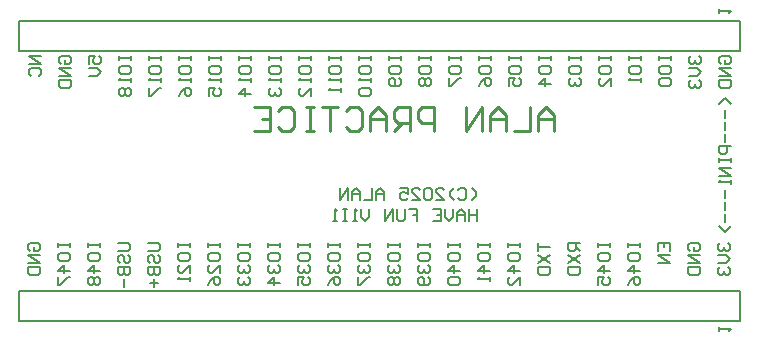
<source format=gbo>
G04*
G04 #@! TF.GenerationSoftware,Altium Limited,Altium Designer,25.4.2 (15)*
G04*
G04 Layer_Color=32896*
%FSLAX25Y25*%
%MOIN*%
G70*
G04*
G04 #@! TF.SameCoordinates,6D7273DC-0862-4ADB-9A81-04C38C25D803*
G04*
G04*
G04 #@! TF.FilePolarity,Positive*
G04*
G01*
G75*
%ADD11C,0.00600*%
%ADD77C,0.01000*%
D11*
X29800Y99900D02*
X270000D01*
X29700Y99800D02*
X29800Y99900D01*
X29700Y90000D02*
Y99800D01*
Y90000D02*
X268900Y90000D01*
X270000Y90000D02*
Y99900D01*
X268900Y90000D02*
X270000D01*
X268900Y0D02*
X270000D01*
Y9900D01*
X29700Y0D02*
X268900Y-0D01*
X29700Y0D02*
Y9800D01*
X29800Y9900D01*
X270000D01*
X267000Y72301D02*
X265001Y74300D01*
X263001Y72301D01*
X265001Y70301D02*
Y67636D01*
Y66303D02*
Y63637D01*
Y62304D02*
Y59638D01*
X267000Y58305D02*
X263001D01*
Y56306D01*
X263668Y55639D01*
X265001D01*
X265667Y56306D01*
Y58305D01*
X263001Y54306D02*
Y52974D01*
Y53640D01*
X267000D01*
Y54306D01*
Y52974D01*
Y50974D02*
X263001D01*
X267000Y48308D01*
X263001D01*
X267000Y46975D02*
Y45643D01*
Y46309D01*
X263001D01*
X263668Y46975D01*
X265001Y43643D02*
Y40977D01*
Y39645D02*
Y36979D01*
Y35646D02*
Y32980D01*
X267000Y31647D02*
X265001Y29648D01*
X263001Y31647D01*
X182500Y37399D02*
Y33400D01*
Y35399D01*
X179834D01*
Y37399D01*
Y33400D01*
X178501D02*
Y36066D01*
X177168Y37399D01*
X175836Y36066D01*
Y33400D01*
Y35399D01*
X178501D01*
X174503Y37399D02*
Y34733D01*
X173170Y33400D01*
X171837Y34733D01*
Y37399D01*
X167838D02*
X170504D01*
Y33400D01*
X167838D01*
X170504Y35399D02*
X169171D01*
X159841Y37399D02*
X162506D01*
Y35399D01*
X161174D01*
X162506D01*
Y33400D01*
X158508Y37399D02*
Y34066D01*
X157841Y33400D01*
X156508D01*
X155842Y34066D01*
Y37399D01*
X154509Y33400D02*
Y37399D01*
X151843Y33400D01*
Y37399D01*
X146512D02*
Y34733D01*
X145179Y33400D01*
X143846Y34733D01*
Y37399D01*
X142513Y33400D02*
X141180D01*
X141847D01*
Y37399D01*
X142513Y36732D01*
X139181Y37399D02*
X137848D01*
X138514D01*
Y33400D01*
X139181D01*
X137848D01*
X135848D02*
X134516D01*
X135182D01*
Y37399D01*
X135848Y36732D01*
X180567Y40400D02*
X181900Y41733D01*
Y43066D01*
X180567Y44399D01*
X175902Y43732D02*
X176568Y44399D01*
X177901D01*
X178568Y43732D01*
Y41066D01*
X177901Y40400D01*
X176568D01*
X175902Y41066D01*
X174569Y40400D02*
X173236Y41733D01*
Y43066D01*
X174569Y44399D01*
X168571Y40400D02*
X171237D01*
X168571Y43066D01*
Y43732D01*
X169237Y44399D01*
X170570D01*
X171237Y43732D01*
X167238D02*
X166572Y44399D01*
X165239D01*
X164572Y43732D01*
Y41066D01*
X165239Y40400D01*
X166572D01*
X167238Y41066D01*
Y43732D01*
X160574Y40400D02*
X163239D01*
X160574Y43066D01*
Y43732D01*
X161240Y44399D01*
X162573D01*
X163239Y43732D01*
X156575Y44399D02*
X159241D01*
Y42399D01*
X157908Y43066D01*
X157241D01*
X156575Y42399D01*
Y41066D01*
X157241Y40400D01*
X158574D01*
X159241Y41066D01*
X151243Y40400D02*
Y43066D01*
X149910Y44399D01*
X148577Y43066D01*
Y40400D01*
Y42399D01*
X151243D01*
X147245Y44399D02*
Y40400D01*
X144579D01*
X143246D02*
Y43066D01*
X141913Y44399D01*
X140580Y43066D01*
Y40400D01*
Y42399D01*
X143246D01*
X139247Y40400D02*
Y44399D01*
X136581Y40400D01*
Y44399D01*
X263368Y26000D02*
X262701Y25333D01*
Y24001D01*
X263368Y23334D01*
X264034D01*
X264701Y24001D01*
Y24667D01*
Y24001D01*
X265367Y23334D01*
X266034D01*
X266700Y24001D01*
Y25333D01*
X266034Y26000D01*
X262701Y22001D02*
X265367D01*
X266700Y20668D01*
X265367Y19335D01*
X262701D01*
X263368Y18003D02*
X262701Y17336D01*
Y16003D01*
X263368Y15337D01*
X264034D01*
X264701Y16003D01*
Y16670D01*
Y16003D01*
X265367Y15337D01*
X266034D01*
X266700Y16003D01*
Y17336D01*
X266034Y18003D01*
X33368Y23334D02*
X32701Y24001D01*
Y25333D01*
X33368Y26000D01*
X36034D01*
X36700Y25333D01*
Y24001D01*
X36034Y23334D01*
X34701D01*
Y24667D01*
X36700Y22001D02*
X32701D01*
X36700Y19335D01*
X32701D01*
Y18003D02*
X36700D01*
Y16003D01*
X36034Y15337D01*
X33368D01*
X32701Y16003D01*
Y18003D01*
X42701Y26000D02*
Y24667D01*
Y25333D01*
X46700D01*
Y26000D01*
Y24667D01*
X42701Y20668D02*
Y22001D01*
X43368Y22668D01*
X46034D01*
X46700Y22001D01*
Y20668D01*
X46034Y20002D01*
X43368D01*
X42701Y20668D01*
X46700Y16670D02*
X42701D01*
X44701Y18669D01*
Y16003D01*
X42701Y14670D02*
Y12004D01*
X43368D01*
X46034Y14670D01*
X46700D01*
X52701Y26000D02*
Y24667D01*
Y25333D01*
X56700D01*
Y26000D01*
Y24667D01*
X52701Y20668D02*
Y22001D01*
X53368Y22668D01*
X56034D01*
X56700Y22001D01*
Y20668D01*
X56034Y20002D01*
X53368D01*
X52701Y20668D01*
X56700Y16670D02*
X52701D01*
X54701Y18669D01*
Y16003D01*
X53368Y14670D02*
X52701Y14004D01*
Y12671D01*
X53368Y12004D01*
X54034D01*
X54701Y12671D01*
X55367Y12004D01*
X56034D01*
X56700Y12671D01*
Y14004D01*
X56034Y14670D01*
X55367D01*
X54701Y14004D01*
X54034Y14670D01*
X53368D01*
X54701Y14004D02*
Y12671D01*
X62701Y26000D02*
X66034D01*
X66700Y25333D01*
Y24001D01*
X66034Y23334D01*
X62701D01*
X63368Y19335D02*
X62701Y20002D01*
Y21335D01*
X63368Y22001D01*
X64034D01*
X64701Y21335D01*
Y20002D01*
X65367Y19335D01*
X66034D01*
X66700Y20002D01*
Y21335D01*
X66034Y22001D01*
X62701Y18003D02*
X66700D01*
Y16003D01*
X66034Y15337D01*
X65367D01*
X64701Y16003D01*
Y18003D01*
Y16003D01*
X64034Y15337D01*
X63368D01*
X62701Y16003D01*
Y18003D01*
X64701Y14004D02*
Y11338D01*
X82701Y26000D02*
Y24667D01*
Y25333D01*
X86700D01*
Y26000D01*
Y24667D01*
X82701Y20668D02*
Y22001D01*
X83368Y22668D01*
X86034D01*
X86700Y22001D01*
Y20668D01*
X86034Y20002D01*
X83368D01*
X82701Y20668D01*
X86700Y16003D02*
Y18669D01*
X84034Y16003D01*
X83368D01*
X82701Y16670D01*
Y18003D01*
X83368Y18669D01*
X86700Y14670D02*
Y13337D01*
Y14004D01*
X82701D01*
X83368Y14670D01*
X92701Y26000D02*
Y24667D01*
Y25333D01*
X96700D01*
Y26000D01*
Y24667D01*
X92701Y20668D02*
Y22001D01*
X93368Y22668D01*
X96034D01*
X96700Y22001D01*
Y20668D01*
X96034Y20002D01*
X93368D01*
X92701Y20668D01*
X96700Y16003D02*
Y18669D01*
X94034Y16003D01*
X93368D01*
X92701Y16670D01*
Y18003D01*
X93368Y18669D01*
X92701Y12004D02*
X93368Y13337D01*
X94701Y14670D01*
X96034D01*
X96700Y14004D01*
Y12671D01*
X96034Y12004D01*
X95367D01*
X94701Y12671D01*
Y14670D01*
X102701Y26000D02*
Y24667D01*
Y25333D01*
X106700D01*
Y26000D01*
Y24667D01*
X102701Y20668D02*
Y22001D01*
X103368Y22668D01*
X106034D01*
X106700Y22001D01*
Y20668D01*
X106034Y20002D01*
X103368D01*
X102701Y20668D01*
X103368Y18669D02*
X102701Y18003D01*
Y16670D01*
X103368Y16003D01*
X104034D01*
X104701Y16670D01*
Y17336D01*
Y16670D01*
X105367Y16003D01*
X106034D01*
X106700Y16670D01*
Y18003D01*
X106034Y18669D01*
X103368Y14670D02*
X102701Y14004D01*
Y12671D01*
X103368Y12004D01*
X104034D01*
X104701Y12671D01*
Y13337D01*
Y12671D01*
X105367Y12004D01*
X106034D01*
X106700Y12671D01*
Y14004D01*
X106034Y14670D01*
X112701Y26000D02*
Y24667D01*
Y25333D01*
X116700D01*
Y26000D01*
Y24667D01*
X112701Y20668D02*
Y22001D01*
X113368Y22668D01*
X116033D01*
X116700Y22001D01*
Y20668D01*
X116033Y20002D01*
X113368D01*
X112701Y20668D01*
X113368Y18669D02*
X112701Y18003D01*
Y16670D01*
X113368Y16003D01*
X114034D01*
X114701Y16670D01*
Y17336D01*
Y16670D01*
X115367Y16003D01*
X116033D01*
X116700Y16670D01*
Y18003D01*
X116033Y18669D01*
X116700Y12671D02*
X112701D01*
X114701Y14670D01*
Y12004D01*
X72701Y26000D02*
X76034D01*
X76700Y25333D01*
Y24001D01*
X76034Y23334D01*
X72701D01*
X73368Y19335D02*
X72701Y20002D01*
Y21335D01*
X73368Y22001D01*
X74034D01*
X74701Y21335D01*
Y20002D01*
X75367Y19335D01*
X76034D01*
X76700Y20002D01*
Y21335D01*
X76034Y22001D01*
X72701Y18003D02*
X76700D01*
Y16003D01*
X76034Y15337D01*
X75367D01*
X74701Y16003D01*
Y18003D01*
Y16003D01*
X74034Y15337D01*
X73368D01*
X72701Y16003D01*
Y18003D01*
X74701Y14004D02*
Y11338D01*
X73368Y12671D02*
X76034D01*
X132701Y26000D02*
Y24667D01*
Y25333D01*
X136700D01*
Y26000D01*
Y24667D01*
X132701Y20668D02*
Y22001D01*
X133368Y22668D01*
X136033D01*
X136700Y22001D01*
Y20668D01*
X136033Y20002D01*
X133368D01*
X132701Y20668D01*
X133368Y18669D02*
X132701Y18003D01*
Y16670D01*
X133368Y16003D01*
X134034D01*
X134701Y16670D01*
Y17336D01*
Y16670D01*
X135367Y16003D01*
X136033D01*
X136700Y16670D01*
Y18003D01*
X136033Y18669D01*
X132701Y12004D02*
X133368Y13337D01*
X134701Y14670D01*
X136033D01*
X136700Y14004D01*
Y12671D01*
X136033Y12004D01*
X135367D01*
X134701Y12671D01*
Y14670D01*
X142701Y26000D02*
Y24667D01*
Y25333D01*
X146700D01*
Y26000D01*
Y24667D01*
X142701Y20668D02*
Y22001D01*
X143368Y22668D01*
X146034D01*
X146700Y22001D01*
Y20668D01*
X146034Y20002D01*
X143368D01*
X142701Y20668D01*
X143368Y18669D02*
X142701Y18003D01*
Y16670D01*
X143368Y16003D01*
X144034D01*
X144701Y16670D01*
Y17336D01*
Y16670D01*
X145367Y16003D01*
X146034D01*
X146700Y16670D01*
Y18003D01*
X146034Y18669D01*
X142701Y14670D02*
Y12004D01*
X143368D01*
X146034Y14670D01*
X146700D01*
X152701Y26000D02*
Y24667D01*
Y25333D01*
X156700D01*
Y26000D01*
Y24667D01*
X152701Y20668D02*
Y22001D01*
X153368Y22668D01*
X156034D01*
X156700Y22001D01*
Y20668D01*
X156034Y20002D01*
X153368D01*
X152701Y20668D01*
X153368Y18669D02*
X152701Y18003D01*
Y16670D01*
X153368Y16003D01*
X154034D01*
X154701Y16670D01*
Y17336D01*
Y16670D01*
X155367Y16003D01*
X156034D01*
X156700Y16670D01*
Y18003D01*
X156034Y18669D01*
X153368Y14670D02*
X152701Y14004D01*
Y12671D01*
X153368Y12004D01*
X154034D01*
X154701Y12671D01*
X155367Y12004D01*
X156034D01*
X156700Y12671D01*
Y14004D01*
X156034Y14670D01*
X155367D01*
X154701Y14004D01*
X154034Y14670D01*
X153368D01*
X154701Y14004D02*
Y12671D01*
X162701Y26000D02*
Y24667D01*
Y25333D01*
X166700D01*
Y26000D01*
Y24667D01*
X162701Y20668D02*
Y22001D01*
X163368Y22668D01*
X166033D01*
X166700Y22001D01*
Y20668D01*
X166033Y20002D01*
X163368D01*
X162701Y20668D01*
X163368Y18669D02*
X162701Y18003D01*
Y16670D01*
X163368Y16003D01*
X164034D01*
X164701Y16670D01*
Y17336D01*
Y16670D01*
X165367Y16003D01*
X166033D01*
X166700Y16670D01*
Y18003D01*
X166033Y18669D01*
Y14670D02*
X166700Y14004D01*
Y12671D01*
X166033Y12004D01*
X163368D01*
X162701Y12671D01*
Y14004D01*
X163368Y14670D01*
X164034D01*
X164701Y14004D01*
Y12004D01*
X122701Y26000D02*
Y24667D01*
Y25333D01*
X126700D01*
Y26000D01*
Y24667D01*
X122701Y20668D02*
Y22001D01*
X123368Y22668D01*
X126033D01*
X126700Y22001D01*
Y20668D01*
X126033Y20002D01*
X123368D01*
X122701Y20668D01*
X123368Y18669D02*
X122701Y18003D01*
Y16670D01*
X123368Y16003D01*
X124034D01*
X124701Y16670D01*
Y17336D01*
Y16670D01*
X125367Y16003D01*
X126033D01*
X126700Y16670D01*
Y18003D01*
X126033Y18669D01*
X122701Y12004D02*
Y14670D01*
X124701D01*
X124034Y13337D01*
Y12671D01*
X124701Y12004D01*
X126033D01*
X126700Y12671D01*
Y14004D01*
X126033Y14670D01*
X182701Y26000D02*
Y24667D01*
Y25333D01*
X186700D01*
Y26000D01*
Y24667D01*
X182701Y20668D02*
Y22001D01*
X183368Y22668D01*
X186033D01*
X186700Y22001D01*
Y20668D01*
X186033Y20002D01*
X183368D01*
X182701Y20668D01*
X186700Y16670D02*
X182701D01*
X184701Y18669D01*
Y16003D01*
X186700Y14670D02*
Y13337D01*
Y14004D01*
X182701D01*
X183368Y14670D01*
X192701Y26000D02*
Y24667D01*
Y25333D01*
X196700D01*
Y26000D01*
Y24667D01*
X192701Y20668D02*
Y22001D01*
X193368Y22668D01*
X196034D01*
X196700Y22001D01*
Y20668D01*
X196034Y20002D01*
X193368D01*
X192701Y20668D01*
X196700Y16670D02*
X192701D01*
X194701Y18669D01*
Y16003D01*
X196700Y12004D02*
Y14670D01*
X194034Y12004D01*
X193368D01*
X192701Y12671D01*
Y14004D01*
X193368Y14670D01*
X202701Y26000D02*
Y23334D01*
Y24667D01*
X206700D01*
X202701Y22001D02*
X206700Y19335D01*
X202701D02*
X206700Y22001D01*
X202701Y18003D02*
X206700D01*
Y16003D01*
X206034Y15337D01*
X203368D01*
X202701Y16003D01*
Y18003D01*
X216700Y26000D02*
X212701D01*
Y24001D01*
X213368Y23334D01*
X214701D01*
X215367Y24001D01*
Y26000D01*
Y24667D02*
X216700Y23334D01*
X212701Y22001D02*
X216700Y19335D01*
X212701D02*
X216700Y22001D01*
X212701Y18003D02*
X216700D01*
Y16003D01*
X216034Y15337D01*
X213368D01*
X212701Y16003D01*
Y18003D01*
X172701Y26000D02*
Y24667D01*
Y25333D01*
X176700D01*
Y26000D01*
Y24667D01*
X172701Y20668D02*
Y22001D01*
X173368Y22668D01*
X176033D01*
X176700Y22001D01*
Y20668D01*
X176033Y20002D01*
X173368D01*
X172701Y20668D01*
X176700Y16670D02*
X172701D01*
X174701Y18669D01*
Y16003D01*
X173368Y14670D02*
X172701Y14004D01*
Y12671D01*
X173368Y12004D01*
X176033D01*
X176700Y12671D01*
Y14004D01*
X176033Y14670D01*
X173368D01*
X222701Y26000D02*
Y24667D01*
Y25333D01*
X226700D01*
Y26000D01*
Y24667D01*
X222701Y20668D02*
Y22001D01*
X223368Y22668D01*
X226034D01*
X226700Y22001D01*
Y20668D01*
X226034Y20002D01*
X223368D01*
X222701Y20668D01*
X226700Y16670D02*
X222701D01*
X224701Y18669D01*
Y16003D01*
X222701Y12004D02*
Y14670D01*
X224701D01*
X224034Y13337D01*
Y12671D01*
X224701Y12004D01*
X226034D01*
X226700Y12671D01*
Y14004D01*
X226034Y14670D01*
X253368Y23334D02*
X252701Y24001D01*
Y25333D01*
X253368Y26000D01*
X256034D01*
X256700Y25333D01*
Y24001D01*
X256034Y23334D01*
X254701D01*
Y24667D01*
X256700Y22001D02*
X252701D01*
X256700Y19335D01*
X252701D01*
Y18003D02*
X256700D01*
Y16003D01*
X256034Y15337D01*
X253368D01*
X252701Y16003D01*
Y18003D01*
X242701Y23334D02*
Y26000D01*
X246700D01*
Y23334D01*
X244701Y26000D02*
Y24667D01*
X246700Y22001D02*
X242701D01*
X246700Y19335D01*
X242701D01*
X232701Y26000D02*
Y24667D01*
Y25333D01*
X236700D01*
Y26000D01*
Y24667D01*
X232701Y20668D02*
Y22001D01*
X233368Y22668D01*
X236034D01*
X236700Y22001D01*
Y20668D01*
X236034Y20002D01*
X233368D01*
X232701Y20668D01*
X236700Y16670D02*
X232701D01*
X234701Y18669D01*
Y16003D01*
X232701Y12004D02*
X233368Y13337D01*
X234701Y14670D01*
X236034D01*
X236700Y14004D01*
Y12671D01*
X236034Y12004D01*
X235367D01*
X234701Y12671D01*
Y14670D01*
X63101Y88200D02*
Y86867D01*
Y87534D01*
X67100D01*
Y88200D01*
Y86867D01*
X63101Y82868D02*
Y84201D01*
X63768Y84868D01*
X66434D01*
X67100Y84201D01*
Y82868D01*
X66434Y82202D01*
X63768D01*
X63101Y82868D01*
X67100Y80869D02*
Y79536D01*
Y80203D01*
X63101D01*
X63768Y80869D01*
Y77537D02*
X63101Y76870D01*
Y75537D01*
X63768Y74871D01*
X64434D01*
X65101Y75537D01*
X65767Y74871D01*
X66434D01*
X67100Y75537D01*
Y76870D01*
X66434Y77537D01*
X65767D01*
X65101Y76870D01*
X64434Y77537D01*
X63768D01*
X65101Y76870D02*
Y75537D01*
X53101Y85534D02*
Y88200D01*
X55101D01*
X54434Y86867D01*
Y86201D01*
X55101Y85534D01*
X56434D01*
X57100Y86201D01*
Y87534D01*
X56434Y88200D01*
X53101Y84201D02*
X55767D01*
X57100Y82868D01*
X55767Y81536D01*
X53101D01*
X43768Y85534D02*
X43101Y86201D01*
Y87534D01*
X43768Y88200D01*
X46434D01*
X47100Y87534D01*
Y86201D01*
X46434Y85534D01*
X45101D01*
Y86867D01*
X47100Y84201D02*
X43101D01*
X47100Y81536D01*
X43101D01*
Y80203D02*
X47100D01*
Y78203D01*
X46434Y77537D01*
X43768D01*
X43101Y78203D01*
Y80203D01*
X37100Y88200D02*
X33101D01*
X37100Y85534D01*
X33101D01*
X33768Y81536D02*
X33101Y82202D01*
Y83535D01*
X33768Y84201D01*
X36434D01*
X37100Y83535D01*
Y82202D01*
X36434Y81536D01*
X113101Y88200D02*
Y86867D01*
Y87534D01*
X117100D01*
Y88200D01*
Y86867D01*
X113101Y82868D02*
Y84201D01*
X113768Y84868D01*
X116434D01*
X117100Y84201D01*
Y82868D01*
X116434Y82202D01*
X113768D01*
X113101Y82868D01*
X117100Y80869D02*
Y79536D01*
Y80203D01*
X113101D01*
X113768Y80869D01*
Y77537D02*
X113101Y76870D01*
Y75537D01*
X113768Y74871D01*
X114434D01*
X115101Y75537D01*
Y76204D01*
Y75537D01*
X115767Y74871D01*
X116434D01*
X117100Y75537D01*
Y76870D01*
X116434Y77537D01*
X103101Y88200D02*
Y86867D01*
Y87534D01*
X107100D01*
Y88200D01*
Y86867D01*
X103101Y82868D02*
Y84201D01*
X103768Y84868D01*
X106433D01*
X107100Y84201D01*
Y82868D01*
X106433Y82202D01*
X103768D01*
X103101Y82868D01*
X107100Y80869D02*
Y79536D01*
Y80203D01*
X103101D01*
X103768Y80869D01*
X107100Y75537D02*
X103101D01*
X105101Y77537D01*
Y74871D01*
X93101Y88200D02*
Y86867D01*
Y87534D01*
X97100D01*
Y88200D01*
Y86867D01*
X93101Y82868D02*
Y84201D01*
X93768Y84868D01*
X96434D01*
X97100Y84201D01*
Y82868D01*
X96434Y82202D01*
X93768D01*
X93101Y82868D01*
X97100Y80869D02*
Y79536D01*
Y80203D01*
X93101D01*
X93768Y80869D01*
X93101Y74871D02*
Y77537D01*
X95101D01*
X94434Y76204D01*
Y75537D01*
X95101Y74871D01*
X96434D01*
X97100Y75537D01*
Y76870D01*
X96434Y77537D01*
X83101Y88200D02*
Y86867D01*
Y87534D01*
X87100D01*
Y88200D01*
Y86867D01*
X83101Y82868D02*
Y84201D01*
X83768Y84868D01*
X86434D01*
X87100Y84201D01*
Y82868D01*
X86434Y82202D01*
X83768D01*
X83101Y82868D01*
X87100Y80869D02*
Y79536D01*
Y80203D01*
X83101D01*
X83768Y80869D01*
X83101Y74871D02*
X83768Y76204D01*
X85101Y77537D01*
X86434D01*
X87100Y76870D01*
Y75537D01*
X86434Y74871D01*
X85767D01*
X85101Y75537D01*
Y77537D01*
X73101Y88200D02*
Y86867D01*
Y87534D01*
X77100D01*
Y88200D01*
Y86867D01*
X73101Y82868D02*
Y84201D01*
X73768Y84868D01*
X76434D01*
X77100Y84201D01*
Y82868D01*
X76434Y82202D01*
X73768D01*
X73101Y82868D01*
X77100Y80869D02*
Y79536D01*
Y80203D01*
X73101D01*
X73768Y80869D01*
X73101Y77537D02*
Y74871D01*
X73768D01*
X76434Y77537D01*
X77100D01*
X163101Y88200D02*
Y86867D01*
Y87534D01*
X167100D01*
Y88200D01*
Y86867D01*
X163101Y82868D02*
Y84201D01*
X163768Y84868D01*
X166434D01*
X167100Y84201D01*
Y82868D01*
X166434Y82202D01*
X163768D01*
X163101Y82868D01*
X163768Y80869D02*
X163101Y80203D01*
Y78870D01*
X163768Y78203D01*
X164434D01*
X165101Y78870D01*
X165767Y78203D01*
X166434D01*
X167100Y78870D01*
Y80203D01*
X166434Y80869D01*
X165767D01*
X165101Y80203D01*
X164434Y80869D01*
X163768D01*
X165101Y80203D02*
Y78870D01*
X153101Y88200D02*
Y86867D01*
Y87534D01*
X157100D01*
Y88200D01*
Y86867D01*
X153101Y82868D02*
Y84201D01*
X153768Y84868D01*
X156433D01*
X157100Y84201D01*
Y82868D01*
X156433Y82202D01*
X153768D01*
X153101Y82868D01*
X156433Y80869D02*
X157100Y80203D01*
Y78870D01*
X156433Y78203D01*
X153768D01*
X153101Y78870D01*
Y80203D01*
X153768Y80869D01*
X154434D01*
X155101Y80203D01*
Y78203D01*
X143101Y88200D02*
Y86867D01*
Y87534D01*
X147100D01*
Y88200D01*
Y86867D01*
X143101Y82868D02*
Y84201D01*
X143768Y84868D01*
X146433D01*
X147100Y84201D01*
Y82868D01*
X146433Y82202D01*
X143768D01*
X143101Y82868D01*
X147100Y80869D02*
Y79536D01*
Y80203D01*
X143101D01*
X143768Y80869D01*
Y77537D02*
X143101Y76870D01*
Y75537D01*
X143768Y74871D01*
X146433D01*
X147100Y75537D01*
Y76870D01*
X146433Y77537D01*
X143768D01*
X133101Y88200D02*
Y86867D01*
Y87534D01*
X137100D01*
Y88200D01*
Y86867D01*
X133101Y82868D02*
Y84201D01*
X133768Y84868D01*
X136433D01*
X137100Y84201D01*
Y82868D01*
X136433Y82202D01*
X133768D01*
X133101Y82868D01*
X137100Y80869D02*
Y79536D01*
Y80203D01*
X133101D01*
X133768Y80869D01*
X137100Y77537D02*
Y76204D01*
Y76870D01*
X133101D01*
X133768Y77537D01*
X123101Y88200D02*
Y86867D01*
Y87534D01*
X127100D01*
Y88200D01*
Y86867D01*
X123101Y82868D02*
Y84201D01*
X123768Y84868D01*
X126434D01*
X127100Y84201D01*
Y82868D01*
X126434Y82202D01*
X123768D01*
X123101Y82868D01*
X127100Y80869D02*
Y79536D01*
Y80203D01*
X123101D01*
X123768Y80869D01*
X127100Y74871D02*
Y77537D01*
X124434Y74871D01*
X123768D01*
X123101Y75537D01*
Y76870D01*
X123768Y77537D01*
X213101Y88200D02*
Y86867D01*
Y87534D01*
X217100D01*
Y88200D01*
Y86867D01*
X213101Y82868D02*
Y84201D01*
X213768Y84868D01*
X216434D01*
X217100Y84201D01*
Y82868D01*
X216434Y82202D01*
X213768D01*
X213101Y82868D01*
X213768Y80869D02*
X213101Y80203D01*
Y78870D01*
X213768Y78203D01*
X214434D01*
X215101Y78870D01*
Y79536D01*
Y78870D01*
X215767Y78203D01*
X216434D01*
X217100Y78870D01*
Y80203D01*
X216434Y80869D01*
X203101Y88200D02*
Y86867D01*
Y87534D01*
X207100D01*
Y88200D01*
Y86867D01*
X203101Y82868D02*
Y84201D01*
X203768Y84868D01*
X206434D01*
X207100Y84201D01*
Y82868D01*
X206434Y82202D01*
X203768D01*
X203101Y82868D01*
X207100Y78870D02*
X203101D01*
X205101Y80869D01*
Y78203D01*
X193101Y88200D02*
Y86867D01*
Y87534D01*
X197100D01*
Y88200D01*
Y86867D01*
X193101Y82868D02*
Y84201D01*
X193768Y84868D01*
X196433D01*
X197100Y84201D01*
Y82868D01*
X196433Y82202D01*
X193768D01*
X193101Y82868D01*
Y78203D02*
Y80869D01*
X195101D01*
X194434Y79536D01*
Y78870D01*
X195101Y78203D01*
X196433D01*
X197100Y78870D01*
Y80203D01*
X196433Y80869D01*
X183101Y88200D02*
Y86867D01*
Y87534D01*
X187100D01*
Y88200D01*
Y86867D01*
X183101Y82868D02*
Y84201D01*
X183768Y84868D01*
X186433D01*
X187100Y84201D01*
Y82868D01*
X186433Y82202D01*
X183768D01*
X183101Y82868D01*
Y78203D02*
X183768Y79536D01*
X185101Y80869D01*
X186433D01*
X187100Y80203D01*
Y78870D01*
X186433Y78203D01*
X185767D01*
X185101Y78870D01*
Y80869D01*
X173101Y88200D02*
Y86867D01*
Y87534D01*
X177100D01*
Y88200D01*
Y86867D01*
X173101Y82868D02*
Y84201D01*
X173768Y84868D01*
X176434D01*
X177100Y84201D01*
Y82868D01*
X176434Y82202D01*
X173768D01*
X173101Y82868D01*
Y80869D02*
Y78203D01*
X173768D01*
X176434Y80869D01*
X177100D01*
X223101Y88200D02*
Y86867D01*
Y87534D01*
X227100D01*
Y88200D01*
Y86867D01*
X223101Y82868D02*
Y84201D01*
X223768Y84868D01*
X226434D01*
X227100Y84201D01*
Y82868D01*
X226434Y82202D01*
X223768D01*
X223101Y82868D01*
X227100Y78203D02*
Y80869D01*
X224434Y78203D01*
X223768D01*
X223101Y78870D01*
Y80203D01*
X223768Y80869D01*
X233101Y88200D02*
Y86867D01*
Y87534D01*
X237100D01*
Y88200D01*
Y86867D01*
X233101Y82868D02*
Y84201D01*
X233768Y84868D01*
X236434D01*
X237100Y84201D01*
Y82868D01*
X236434Y82202D01*
X233768D01*
X233101Y82868D01*
X237100Y80869D02*
Y79536D01*
Y80203D01*
X233101D01*
X233768Y80869D01*
X243101Y88200D02*
Y86867D01*
Y87534D01*
X247100D01*
Y88200D01*
Y86867D01*
X243101Y82868D02*
Y84201D01*
X243768Y84868D01*
X246434D01*
X247100Y84201D01*
Y82868D01*
X246434Y82202D01*
X243768D01*
X243101Y82868D01*
X243768Y80869D02*
X243101Y80203D01*
Y78870D01*
X243768Y78203D01*
X246434D01*
X247100Y78870D01*
Y80203D01*
X246434Y80869D01*
X243768D01*
X253768Y88200D02*
X253101Y87534D01*
Y86201D01*
X253768Y85534D01*
X254434D01*
X255101Y86201D01*
Y86867D01*
Y86201D01*
X255767Y85534D01*
X256434D01*
X257100Y86201D01*
Y87534D01*
X256434Y88200D01*
X253101Y84201D02*
X255767D01*
X257100Y82868D01*
X255767Y81536D01*
X253101D01*
X253768Y80203D02*
X253101Y79536D01*
Y78203D01*
X253768Y77537D01*
X254434D01*
X255101Y78203D01*
Y78870D01*
Y78203D01*
X255767Y77537D01*
X256434D01*
X257100Y78203D01*
Y79536D01*
X256434Y80203D01*
X263768Y85534D02*
X263101Y86201D01*
Y87534D01*
X263768Y88200D01*
X266434D01*
X267100Y87534D01*
Y86201D01*
X266434Y85534D01*
X265101D01*
Y86867D01*
X267100Y84201D02*
X263101D01*
X267100Y81536D01*
X263101D01*
Y80203D02*
X267100D01*
Y78203D01*
X266434Y77537D01*
X263768D01*
X263101Y78203D01*
Y80203D01*
X263100Y102600D02*
Y103933D01*
Y103267D01*
X267099D01*
X266432Y102600D01*
X262900Y-3400D02*
Y-2067D01*
Y-2733D01*
X266899D01*
X266232Y-3400D01*
D77*
X207900Y63200D02*
Y68532D01*
X205234Y71197D01*
X202568Y68532D01*
Y63200D01*
Y67199D01*
X207900D01*
X199903Y71197D02*
Y63200D01*
X194571D01*
X191905D02*
Y68532D01*
X189239Y71197D01*
X186574Y68532D01*
Y63200D01*
Y67199D01*
X191905D01*
X183908Y63200D02*
Y71197D01*
X178576Y63200D01*
Y71197D01*
X167913Y63200D02*
Y71197D01*
X163914D01*
X162581Y69864D01*
Y67199D01*
X163914Y65866D01*
X167913D01*
X159915Y63200D02*
Y71197D01*
X155917D01*
X154584Y69864D01*
Y67199D01*
X155917Y65866D01*
X159915D01*
X157250D02*
X154584Y63200D01*
X151918D02*
Y68532D01*
X149252Y71197D01*
X146587Y68532D01*
Y63200D01*
Y67199D01*
X151918D01*
X138589Y69864D02*
X139922Y71197D01*
X142588D01*
X143921Y69864D01*
Y64533D01*
X142588Y63200D01*
X139922D01*
X138589Y64533D01*
X135923Y71197D02*
X130592D01*
X133257D01*
Y63200D01*
X127926Y71197D02*
X125260D01*
X126593D01*
Y63200D01*
X127926D01*
X125260D01*
X115930Y69864D02*
X117263Y71197D01*
X119929D01*
X121261Y69864D01*
Y64533D01*
X119929Y63200D01*
X117263D01*
X115930Y64533D01*
X107932Y71197D02*
X113264D01*
Y63200D01*
X107932D01*
X113264Y67199D02*
X110598D01*
M02*

</source>
